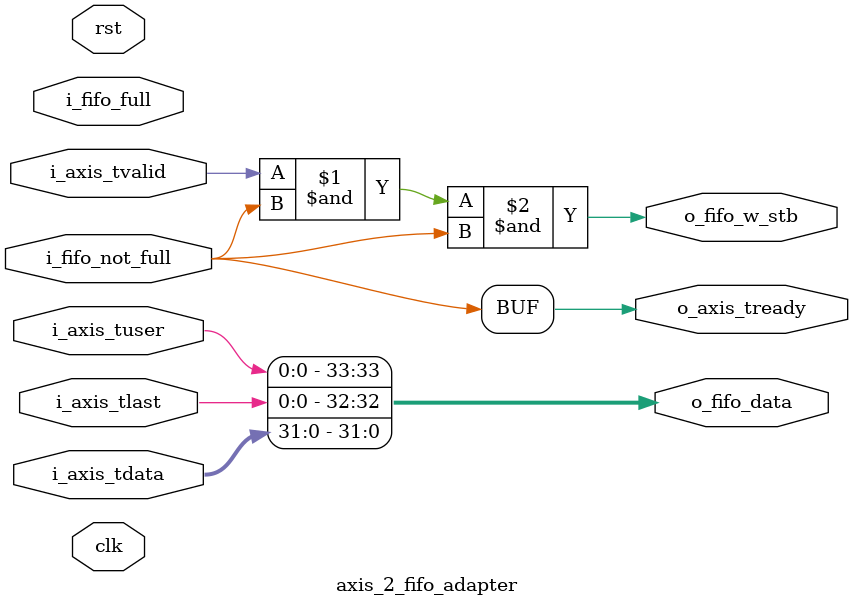
<source format=v>
/*
Distributed under the MIT license.
Copyright (c) 2021 Dave McCoy (dave.mccoy@cospandesign.com)

Permission is hereby granted, free of charge, to any person obtaining a copy of
this software and associated documentation files (the "Software"), to deal in
the Software without restriction, including without limitation the rights to
use, copy, modify, merge, publish, distribute, sublicense, and/or sell copies
of the Software, and to permit persons to whom the Software is furnished to do
so, subject to the following conditions:

The above copyright notice and this permission notice shall be included in all
copies or substantial portions of the Software.

THE SOFTWARE IS PROVIDED "AS IS", WITHOUT WARRANTY OF ANY KIND, EXPRESS OR
IMPLIED, INCLUDING BUT NOT LIMITED TO THE WARRANTIES OF MERCHANTABILITY,
FITNESS FOR A PARTICULAR PURPOSE AND NONINFRINGEMENT. IN NO EVENT SHALL THE
AUTHORS OR COPYRIGHT HOLDERS BE LIABLE FOR ANY CLAIM, DAMAGES OR OTHER
LIABILITY, WHETHER IN AN ACTION OF CONTRACT, TORT OR OTHERWISE, ARISING FROM,
OUT OF OR IN CONNECTION WITH THE SOFTWARE OR THE USE OR OTHER DEALINGS IN THE
SOFTWARE.
*/

/*
 * Author:
 * Description:
 *
 * Changes:     Who?    What?
 *  XX/XX/XXXX  XXX     XXXX
 */

`timescale 1ps / 1ps

module axis_2_fifo_adapter #(
  parameter AXIS_DATA_WIDTH     = 32,
  parameter AXIS_KEEP_WIDTH     = (AXIS_DATA_WIDTH / 8),
  parameter FIFO_DATA_WIDTH     = AXIS_DATA_WIDTH + 1 + 1 //Space for data, user, last
)(
  input                               clk,
  input                               rst,

  input                               i_axis_tuser,
  input                               i_axis_tvalid,
  output                              o_axis_tready,
  input                               i_axis_tlast,
  input       [AXIS_DATA_WIDTH - 1:0] i_axis_tdata,

  output reg  [FIFO_DATA_WIDTH - 1:0] o_fifo_data,
  output                              o_fifo_w_stb,
  input                               i_fifo_full,
  input                               i_fifo_not_full
);
//local parameters
//registes/wires
//submodules
//asynchronous logic

assign      o_fifo_data              =  {i_axis_tuser, i_axis_tlast, i_axis_tdata};
assign      o_axis_tready            = i_fifo_not_full;
assign      o_fifo_w_stb             = i_axis_tvalid & o_axis_tready & i_fifo_not_full;

//synchronous logic
endmodule

</source>
